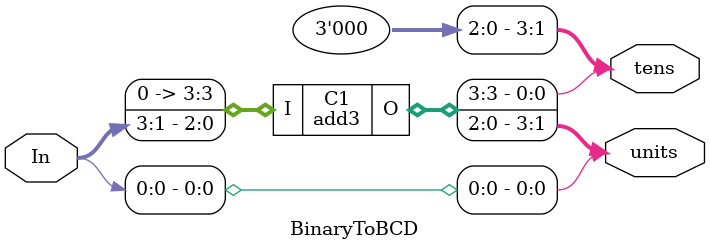
<source format=v>
module add3(I, O);
input [3:0] I;
output reg [3:0] O;

always@ (I) begin
	if(I < 4'b0100) O <= I;
	else if (I < 4'b1010) O <= I + 4'b011;
	else O <= 4'bxxxx;
end
endmodule

module BinaryToBCD(In, tens, units);
input [3:0] In;
output [3:0] tens, units;

assign units[0] = In[0];
add3 C1({1'b0, In[3:1]}, {tens[0], units[3:1]});
assign tens[3:1] = 3'b0;

endmodule


</source>
